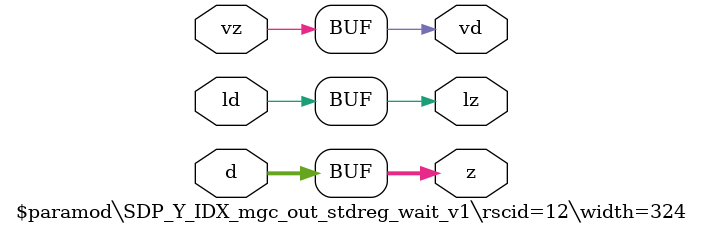
<source format=v>
module \$paramod\SDP_Y_IDX_mgc_out_stdreg_wait_v1\rscid=12\width=324 (ld, vd, d, lz, vz, z);
  (* src = "./vmod/nvdla/sdp/NV_NVDLA_SDP_CORE_Y_idx.v:47" *)
  input [323:0] d;
  (* src = "./vmod/nvdla/sdp/NV_NVDLA_SDP_CORE_Y_idx.v:45" *)
  input ld;
  (* src = "./vmod/nvdla/sdp/NV_NVDLA_SDP_CORE_Y_idx.v:48" *)
  output lz;
  (* src = "./vmod/nvdla/sdp/NV_NVDLA_SDP_CORE_Y_idx.v:46" *)
  output vd;
  (* src = "./vmod/nvdla/sdp/NV_NVDLA_SDP_CORE_Y_idx.v:49" *)
  input vz;
  (* src = "./vmod/nvdla/sdp/NV_NVDLA_SDP_CORE_Y_idx.v:50" *)
  output [323:0] z;
  assign lz = ld;
  assign vd = vz;
  assign z = d;
endmodule

</source>
